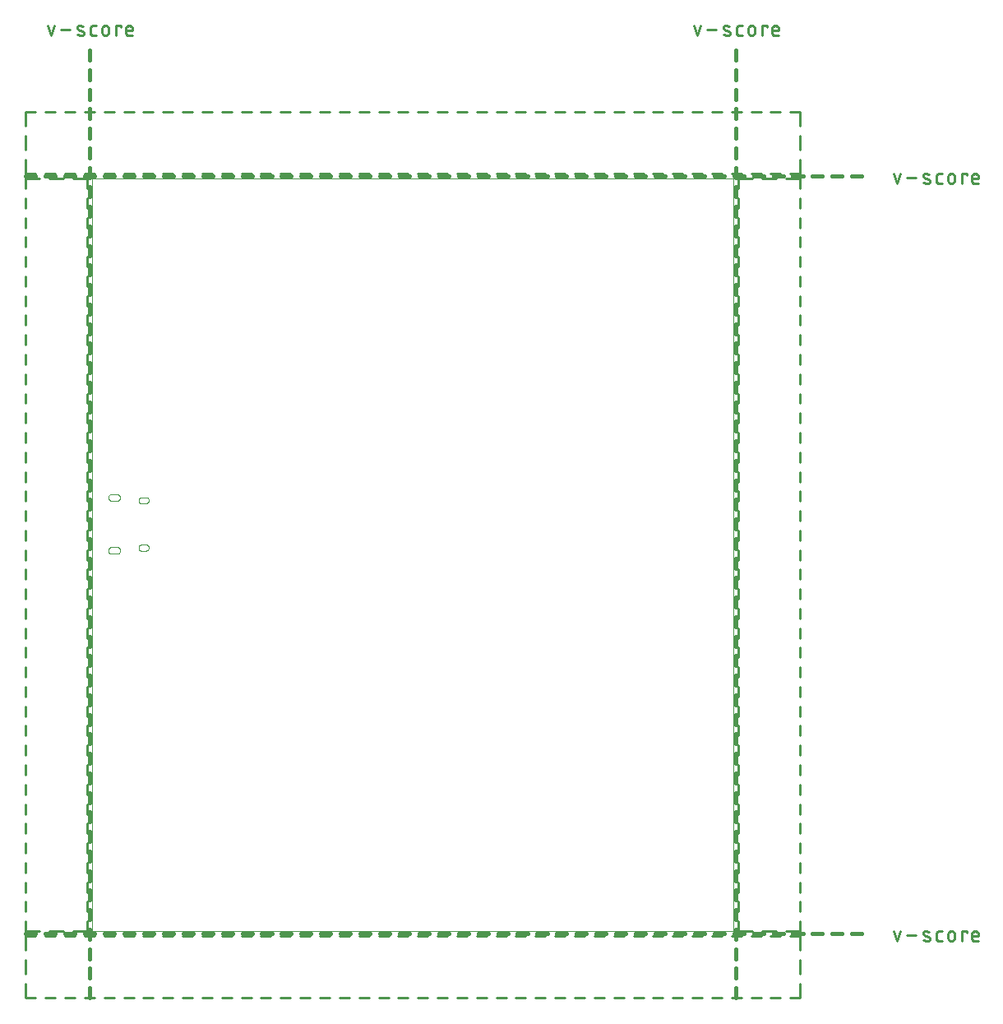
<source format=gko>
G75*
%MOIN*%
%OFA0B0*%
%FSLAX25Y25*%
%IPPOS*%
%LPD*%
%AMOC8*
5,1,8,0,0,1.08239X$1,22.5*
%
%ADD10C,0.00000*%
%ADD11C,0.01500*%
%ADD12C,0.01100*%
%ADD13C,0.01000*%
%ADD14C,0.00079*%
D10*
X0028750Y0028750D02*
X0028750Y0333750D01*
X0288750Y0333750D01*
X0288671Y0028750D01*
X0028750Y0028750D01*
D11*
X0027750Y0029481D02*
X0027750Y0025501D01*
X0029714Y0027750D02*
X0025676Y0027750D01*
X0021739Y0027750D02*
X0017701Y0027750D01*
X0013764Y0027750D02*
X0009725Y0027750D01*
X0005788Y0027750D02*
X0001750Y0027750D01*
X0027750Y0033418D02*
X0027750Y0037398D01*
X0027750Y0041335D02*
X0027750Y0045315D01*
X0027750Y0049252D02*
X0027750Y0053233D01*
X0027750Y0057170D02*
X0027750Y0061150D01*
X0027750Y0065087D02*
X0027750Y0069067D01*
X0027750Y0073004D02*
X0027750Y0076984D01*
X0027750Y0080921D02*
X0027750Y0084901D01*
X0027750Y0088838D02*
X0027750Y0092818D01*
X0027750Y0096755D02*
X0027750Y0100735D01*
X0027750Y0104672D02*
X0027750Y0108652D01*
X0027750Y0112589D02*
X0027750Y0116569D01*
X0027750Y0120506D02*
X0027750Y0124486D01*
X0027750Y0128423D02*
X0027750Y0132403D01*
X0027750Y0136340D02*
X0027750Y0140320D01*
X0027750Y0144257D02*
X0027750Y0148238D01*
X0027750Y0152175D02*
X0027750Y0156155D01*
X0027750Y0160092D02*
X0027750Y0164072D01*
X0027750Y0168009D02*
X0027750Y0171989D01*
X0027750Y0175926D02*
X0027750Y0179906D01*
X0027750Y0183843D02*
X0027750Y0187823D01*
X0027750Y0191760D02*
X0027750Y0195740D01*
X0027750Y0199677D02*
X0027750Y0203657D01*
X0027750Y0207594D02*
X0027750Y0211574D01*
X0027750Y0215511D02*
X0027750Y0219491D01*
X0027750Y0223428D02*
X0027750Y0227408D01*
X0027750Y0231345D02*
X0027750Y0235325D01*
X0027750Y0239262D02*
X0027750Y0243243D01*
X0027750Y0247180D02*
X0027750Y0251160D01*
X0027750Y0255097D02*
X0027750Y0259077D01*
X0027750Y0263014D02*
X0027750Y0266994D01*
X0027750Y0270931D02*
X0027750Y0274911D01*
X0027750Y0278848D02*
X0027750Y0282828D01*
X0027750Y0286765D02*
X0027750Y0290745D01*
X0027750Y0294682D02*
X0027750Y0298662D01*
X0027750Y0302599D02*
X0027750Y0306579D01*
X0027750Y0310516D02*
X0027750Y0314496D01*
X0027750Y0318433D02*
X0027750Y0322413D01*
X0027750Y0326350D02*
X0027750Y0330330D01*
X0027750Y0334267D02*
X0027750Y0338248D01*
X0027750Y0342185D02*
X0027750Y0346165D01*
X0027750Y0350102D02*
X0027750Y0354082D01*
X0027750Y0358019D02*
X0027750Y0361999D01*
X0027750Y0365936D02*
X0027750Y0369916D01*
X0027750Y0373853D02*
X0027750Y0377833D01*
X0027750Y0381770D02*
X0027750Y0385750D01*
X0029714Y0334750D02*
X0025676Y0334750D01*
X0021739Y0334750D02*
X0017701Y0334750D01*
X0013764Y0334750D02*
X0009725Y0334750D01*
X0005788Y0334750D02*
X0001750Y0334750D01*
X0033651Y0334750D02*
X0037689Y0334750D01*
X0041626Y0334750D02*
X0045665Y0334750D01*
X0049602Y0334750D02*
X0053640Y0334750D01*
X0057577Y0334750D02*
X0061615Y0334750D01*
X0065552Y0334750D02*
X0069591Y0334750D01*
X0073528Y0334750D02*
X0077566Y0334750D01*
X0081503Y0334750D02*
X0085541Y0334750D01*
X0089478Y0334750D02*
X0093516Y0334750D01*
X0097453Y0334750D02*
X0101492Y0334750D01*
X0105429Y0334750D02*
X0109467Y0334750D01*
X0113404Y0334750D02*
X0117442Y0334750D01*
X0121379Y0334750D02*
X0125417Y0334750D01*
X0129354Y0334750D02*
X0133393Y0334750D01*
X0137330Y0334750D02*
X0141368Y0334750D01*
X0145305Y0334750D02*
X0149343Y0334750D01*
X0153280Y0334750D02*
X0157319Y0334750D01*
X0161256Y0334750D02*
X0165294Y0334750D01*
X0169231Y0334750D02*
X0173269Y0334750D01*
X0177206Y0334750D02*
X0181244Y0334750D01*
X0185181Y0334750D02*
X0189220Y0334750D01*
X0193157Y0334750D02*
X0197195Y0334750D01*
X0201132Y0334750D02*
X0205170Y0334750D01*
X0209107Y0334750D02*
X0213146Y0334750D01*
X0217083Y0334750D02*
X0221121Y0334750D01*
X0225058Y0334750D02*
X0229096Y0334750D01*
X0233033Y0334750D02*
X0237071Y0334750D01*
X0241008Y0334750D02*
X0245047Y0334750D01*
X0248984Y0334750D02*
X0253022Y0334750D01*
X0256959Y0334750D02*
X0260997Y0334750D01*
X0264934Y0334750D02*
X0268972Y0334750D01*
X0272909Y0334750D02*
X0276948Y0334750D01*
X0280885Y0334750D02*
X0284923Y0334750D01*
X0288860Y0334750D02*
X0292898Y0334750D01*
X0289750Y0334267D02*
X0289750Y0338248D01*
X0289750Y0342185D02*
X0289750Y0346165D01*
X0289750Y0350102D02*
X0289750Y0354082D01*
X0289750Y0358019D02*
X0289750Y0361999D01*
X0289750Y0365936D02*
X0289750Y0369916D01*
X0289750Y0373853D02*
X0289750Y0377833D01*
X0289750Y0381770D02*
X0289750Y0385750D01*
X0296835Y0334750D02*
X0300874Y0334750D01*
X0304811Y0334750D02*
X0308849Y0334750D01*
X0312786Y0334750D02*
X0316824Y0334750D01*
X0320761Y0334750D02*
X0324799Y0334750D01*
X0328736Y0334750D02*
X0332775Y0334750D01*
X0336712Y0334750D02*
X0340750Y0334750D01*
X0289750Y0330330D02*
X0289750Y0326350D01*
X0289750Y0322413D02*
X0289750Y0318433D01*
X0289750Y0314496D02*
X0289750Y0310516D01*
X0289750Y0306579D02*
X0289750Y0302599D01*
X0289750Y0298662D02*
X0289750Y0294682D01*
X0289750Y0290745D02*
X0289750Y0286765D01*
X0289750Y0282828D02*
X0289750Y0278848D01*
X0289750Y0274911D02*
X0289750Y0270931D01*
X0289750Y0266994D02*
X0289750Y0263014D01*
X0289750Y0259077D02*
X0289750Y0255097D01*
X0289750Y0251160D02*
X0289750Y0247180D01*
X0289750Y0243243D02*
X0289750Y0239262D01*
X0289750Y0235325D02*
X0289750Y0231345D01*
X0289750Y0227408D02*
X0289750Y0223428D01*
X0289750Y0219491D02*
X0289750Y0215511D01*
X0289750Y0211574D02*
X0289750Y0207594D01*
X0289750Y0203657D02*
X0289750Y0199677D01*
X0289750Y0195740D02*
X0289750Y0191760D01*
X0289750Y0187823D02*
X0289750Y0183843D01*
X0289750Y0179906D02*
X0289750Y0175926D01*
X0289750Y0171989D02*
X0289750Y0168009D01*
X0289750Y0164072D02*
X0289750Y0160092D01*
X0289750Y0156155D02*
X0289750Y0152175D01*
X0289750Y0148238D02*
X0289750Y0144257D01*
X0289750Y0140320D02*
X0289750Y0136340D01*
X0289750Y0132403D02*
X0289750Y0128423D01*
X0289750Y0124486D02*
X0289750Y0120506D01*
X0289750Y0116569D02*
X0289750Y0112589D01*
X0289750Y0108652D02*
X0289750Y0104672D01*
X0289750Y0100735D02*
X0289750Y0096755D01*
X0289750Y0092818D02*
X0289750Y0088838D01*
X0289750Y0084901D02*
X0289750Y0080921D01*
X0289750Y0076984D02*
X0289750Y0073004D01*
X0289750Y0069067D02*
X0289750Y0065087D01*
X0289750Y0061150D02*
X0289750Y0057170D01*
X0289750Y0053233D02*
X0289750Y0049252D01*
X0289750Y0045315D02*
X0289750Y0041335D01*
X0289750Y0037398D02*
X0289750Y0033418D01*
X0289750Y0029481D02*
X0289750Y0025501D01*
X0288860Y0027750D02*
X0292898Y0027750D01*
X0296835Y0027750D02*
X0300874Y0027750D01*
X0304811Y0027750D02*
X0308849Y0027750D01*
X0312786Y0027750D02*
X0316824Y0027750D01*
X0320761Y0027750D02*
X0324799Y0027750D01*
X0328736Y0027750D02*
X0332775Y0027750D01*
X0336712Y0027750D02*
X0340750Y0027750D01*
X0289750Y0021564D02*
X0289750Y0017584D01*
X0289750Y0013647D02*
X0289750Y0009667D01*
X0289750Y0005730D02*
X0289750Y0001750D01*
X0284923Y0027750D02*
X0280885Y0027750D01*
X0276948Y0027750D02*
X0272909Y0027750D01*
X0268972Y0027750D02*
X0264934Y0027750D01*
X0260997Y0027750D02*
X0256959Y0027750D01*
X0253022Y0027750D02*
X0248984Y0027750D01*
X0245047Y0027750D02*
X0241008Y0027750D01*
X0237071Y0027750D02*
X0233033Y0027750D01*
X0229096Y0027750D02*
X0225058Y0027750D01*
X0221121Y0027750D02*
X0217083Y0027750D01*
X0213146Y0027750D02*
X0209107Y0027750D01*
X0205170Y0027750D02*
X0201132Y0027750D01*
X0197195Y0027750D02*
X0193157Y0027750D01*
X0189220Y0027750D02*
X0185181Y0027750D01*
X0181244Y0027750D02*
X0177206Y0027750D01*
X0173269Y0027750D02*
X0169231Y0027750D01*
X0165294Y0027750D02*
X0161256Y0027750D01*
X0157319Y0027750D02*
X0153280Y0027750D01*
X0149343Y0027750D02*
X0145305Y0027750D01*
X0141368Y0027750D02*
X0137330Y0027750D01*
X0133393Y0027750D02*
X0129354Y0027750D01*
X0125417Y0027750D02*
X0121379Y0027750D01*
X0117442Y0027750D02*
X0113404Y0027750D01*
X0109467Y0027750D02*
X0105429Y0027750D01*
X0101492Y0027750D02*
X0097453Y0027750D01*
X0093516Y0027750D02*
X0089478Y0027750D01*
X0085541Y0027750D02*
X0081503Y0027750D01*
X0077566Y0027750D02*
X0073528Y0027750D01*
X0069591Y0027750D02*
X0065552Y0027750D01*
X0061615Y0027750D02*
X0057577Y0027750D01*
X0053640Y0027750D02*
X0049602Y0027750D01*
X0045665Y0027750D02*
X0041626Y0027750D01*
X0037689Y0027750D02*
X0033651Y0027750D01*
X0027750Y0021564D02*
X0027750Y0017584D01*
X0027750Y0013647D02*
X0027750Y0009667D01*
X0027750Y0005730D02*
X0027750Y0001750D01*
D12*
X0353541Y0028733D02*
X0354852Y0024800D01*
X0356163Y0028733D01*
X0358834Y0027094D02*
X0362768Y0027094D01*
X0366136Y0027094D02*
X0367774Y0026439D01*
X0367775Y0026439D02*
X0367827Y0026416D01*
X0367878Y0026389D01*
X0367927Y0026359D01*
X0367974Y0026326D01*
X0368019Y0026290D01*
X0368061Y0026250D01*
X0368100Y0026208D01*
X0368136Y0026164D01*
X0368169Y0026117D01*
X0368199Y0026067D01*
X0368226Y0026016D01*
X0368249Y0025964D01*
X0368268Y0025910D01*
X0368284Y0025854D01*
X0368296Y0025798D01*
X0368304Y0025741D01*
X0368308Y0025684D01*
X0368309Y0025626D01*
X0368305Y0025569D01*
X0368298Y0025512D01*
X0368286Y0025455D01*
X0368271Y0025400D01*
X0368253Y0025345D01*
X0368230Y0025292D01*
X0368204Y0025241D01*
X0368175Y0025192D01*
X0368142Y0025144D01*
X0368106Y0025099D01*
X0368068Y0025057D01*
X0368026Y0025017D01*
X0367982Y0024980D01*
X0367935Y0024946D01*
X0367887Y0024915D01*
X0367836Y0024888D01*
X0367784Y0024864D01*
X0367730Y0024844D01*
X0367675Y0024828D01*
X0367619Y0024815D01*
X0367562Y0024806D01*
X0367504Y0024801D01*
X0367447Y0024800D01*
X0367938Y0028405D02*
X0367831Y0028451D01*
X0367722Y0028494D01*
X0367612Y0028534D01*
X0367500Y0028570D01*
X0367388Y0028602D01*
X0367274Y0028631D01*
X0367160Y0028657D01*
X0367045Y0028678D01*
X0366930Y0028697D01*
X0366813Y0028711D01*
X0366697Y0028722D01*
X0366580Y0028729D01*
X0366463Y0028733D01*
X0366463Y0028734D02*
X0366406Y0028733D01*
X0366348Y0028728D01*
X0366291Y0028719D01*
X0366235Y0028706D01*
X0366180Y0028690D01*
X0366126Y0028670D01*
X0366074Y0028646D01*
X0366023Y0028619D01*
X0365975Y0028588D01*
X0365928Y0028554D01*
X0365884Y0028517D01*
X0365842Y0028477D01*
X0365804Y0028435D01*
X0365768Y0028390D01*
X0365735Y0028342D01*
X0365706Y0028293D01*
X0365680Y0028242D01*
X0365657Y0028189D01*
X0365639Y0028134D01*
X0365624Y0028079D01*
X0365612Y0028022D01*
X0365605Y0027965D01*
X0365601Y0027908D01*
X0365602Y0027850D01*
X0365606Y0027793D01*
X0365614Y0027736D01*
X0365626Y0027680D01*
X0365642Y0027624D01*
X0365661Y0027570D01*
X0365684Y0027518D01*
X0365711Y0027467D01*
X0365741Y0027417D01*
X0365774Y0027370D01*
X0365810Y0027326D01*
X0365849Y0027284D01*
X0365891Y0027244D01*
X0365936Y0027208D01*
X0365983Y0027175D01*
X0366032Y0027145D01*
X0366083Y0027118D01*
X0366135Y0027095D01*
X0365644Y0025128D02*
X0365778Y0025082D01*
X0365913Y0025039D01*
X0366049Y0025000D01*
X0366186Y0024964D01*
X0366323Y0024932D01*
X0366462Y0024903D01*
X0366601Y0024877D01*
X0366741Y0024856D01*
X0366882Y0024837D01*
X0367022Y0024823D01*
X0367164Y0024812D01*
X0367305Y0024804D01*
X0367447Y0024801D01*
X0370988Y0025783D02*
X0370988Y0027750D01*
X0370990Y0027812D01*
X0370996Y0027873D01*
X0371005Y0027934D01*
X0371019Y0027994D01*
X0371036Y0028054D01*
X0371057Y0028112D01*
X0371082Y0028169D01*
X0371110Y0028224D01*
X0371141Y0028277D01*
X0371176Y0028328D01*
X0371214Y0028377D01*
X0371254Y0028423D01*
X0371298Y0028467D01*
X0371344Y0028507D01*
X0371393Y0028545D01*
X0371444Y0028580D01*
X0371497Y0028611D01*
X0371552Y0028639D01*
X0371609Y0028664D01*
X0371667Y0028685D01*
X0371727Y0028702D01*
X0371787Y0028716D01*
X0371848Y0028725D01*
X0371909Y0028731D01*
X0371971Y0028733D01*
X0373282Y0028733D01*
X0375695Y0027422D02*
X0375695Y0026111D01*
X0375696Y0026111D02*
X0375698Y0026040D01*
X0375704Y0025969D01*
X0375713Y0025899D01*
X0375727Y0025829D01*
X0375744Y0025760D01*
X0375765Y0025692D01*
X0375789Y0025626D01*
X0375817Y0025561D01*
X0375849Y0025497D01*
X0375884Y0025435D01*
X0375922Y0025375D01*
X0375963Y0025318D01*
X0376008Y0025262D01*
X0376055Y0025209D01*
X0376105Y0025159D01*
X0376158Y0025112D01*
X0376214Y0025067D01*
X0376271Y0025026D01*
X0376331Y0024988D01*
X0376393Y0024953D01*
X0376457Y0024921D01*
X0376522Y0024893D01*
X0376588Y0024869D01*
X0376656Y0024848D01*
X0376725Y0024831D01*
X0376795Y0024817D01*
X0376865Y0024808D01*
X0376936Y0024802D01*
X0377007Y0024800D01*
X0377078Y0024802D01*
X0377149Y0024808D01*
X0377219Y0024817D01*
X0377289Y0024831D01*
X0377358Y0024848D01*
X0377426Y0024869D01*
X0377492Y0024893D01*
X0377557Y0024921D01*
X0377621Y0024953D01*
X0377683Y0024988D01*
X0377743Y0025026D01*
X0377800Y0025067D01*
X0377856Y0025112D01*
X0377909Y0025159D01*
X0377959Y0025209D01*
X0378006Y0025262D01*
X0378051Y0025318D01*
X0378092Y0025375D01*
X0378130Y0025435D01*
X0378165Y0025497D01*
X0378197Y0025561D01*
X0378225Y0025626D01*
X0378249Y0025692D01*
X0378270Y0025760D01*
X0378287Y0025829D01*
X0378301Y0025899D01*
X0378310Y0025969D01*
X0378316Y0026040D01*
X0378318Y0026111D01*
X0378318Y0027422D01*
X0378316Y0027493D01*
X0378310Y0027564D01*
X0378301Y0027634D01*
X0378287Y0027704D01*
X0378270Y0027773D01*
X0378249Y0027841D01*
X0378225Y0027907D01*
X0378197Y0027972D01*
X0378165Y0028036D01*
X0378130Y0028098D01*
X0378092Y0028158D01*
X0378051Y0028215D01*
X0378006Y0028271D01*
X0377959Y0028324D01*
X0377909Y0028374D01*
X0377856Y0028421D01*
X0377800Y0028466D01*
X0377743Y0028507D01*
X0377683Y0028545D01*
X0377621Y0028580D01*
X0377557Y0028612D01*
X0377492Y0028640D01*
X0377426Y0028664D01*
X0377358Y0028685D01*
X0377289Y0028702D01*
X0377219Y0028716D01*
X0377149Y0028725D01*
X0377078Y0028731D01*
X0377007Y0028733D01*
X0376936Y0028731D01*
X0376865Y0028725D01*
X0376795Y0028716D01*
X0376725Y0028702D01*
X0376656Y0028685D01*
X0376588Y0028664D01*
X0376522Y0028640D01*
X0376457Y0028612D01*
X0376393Y0028580D01*
X0376331Y0028545D01*
X0376271Y0028507D01*
X0376214Y0028466D01*
X0376158Y0028421D01*
X0376105Y0028374D01*
X0376055Y0028324D01*
X0376008Y0028271D01*
X0375963Y0028215D01*
X0375922Y0028158D01*
X0375884Y0028098D01*
X0375849Y0028036D01*
X0375817Y0027972D01*
X0375789Y0027907D01*
X0375765Y0027841D01*
X0375744Y0027773D01*
X0375727Y0027704D01*
X0375713Y0027634D01*
X0375704Y0027564D01*
X0375698Y0027493D01*
X0375696Y0027422D01*
X0373282Y0024800D02*
X0371971Y0024800D01*
X0371909Y0024802D01*
X0371848Y0024808D01*
X0371787Y0024817D01*
X0371727Y0024831D01*
X0371667Y0024848D01*
X0371609Y0024869D01*
X0371552Y0024894D01*
X0371497Y0024922D01*
X0371444Y0024953D01*
X0371393Y0024988D01*
X0371344Y0025026D01*
X0371298Y0025066D01*
X0371254Y0025110D01*
X0371214Y0025156D01*
X0371176Y0025205D01*
X0371141Y0025256D01*
X0371110Y0025309D01*
X0371082Y0025364D01*
X0371057Y0025421D01*
X0371036Y0025479D01*
X0371019Y0025539D01*
X0371005Y0025599D01*
X0370996Y0025660D01*
X0370990Y0025721D01*
X0370988Y0025783D01*
X0381284Y0024800D02*
X0381284Y0028733D01*
X0383251Y0028733D01*
X0383251Y0028078D01*
X0385337Y0027422D02*
X0385337Y0025783D01*
X0385339Y0025721D01*
X0385345Y0025660D01*
X0385354Y0025599D01*
X0385368Y0025539D01*
X0385385Y0025479D01*
X0385406Y0025421D01*
X0385431Y0025364D01*
X0385459Y0025309D01*
X0385490Y0025256D01*
X0385525Y0025205D01*
X0385563Y0025156D01*
X0385603Y0025110D01*
X0385647Y0025066D01*
X0385693Y0025026D01*
X0385742Y0024988D01*
X0385793Y0024953D01*
X0385846Y0024922D01*
X0385901Y0024894D01*
X0385958Y0024869D01*
X0386016Y0024848D01*
X0386076Y0024831D01*
X0386136Y0024817D01*
X0386197Y0024808D01*
X0386258Y0024802D01*
X0386320Y0024800D01*
X0387959Y0024800D01*
X0387959Y0026767D02*
X0385337Y0026767D01*
X0385337Y0027422D02*
X0385339Y0027493D01*
X0385345Y0027564D01*
X0385354Y0027634D01*
X0385368Y0027704D01*
X0385385Y0027773D01*
X0385406Y0027841D01*
X0385430Y0027907D01*
X0385458Y0027972D01*
X0385490Y0028036D01*
X0385525Y0028098D01*
X0385563Y0028158D01*
X0385604Y0028215D01*
X0385649Y0028271D01*
X0385696Y0028324D01*
X0385746Y0028374D01*
X0385799Y0028421D01*
X0385855Y0028466D01*
X0385912Y0028507D01*
X0385972Y0028545D01*
X0386034Y0028580D01*
X0386098Y0028612D01*
X0386163Y0028640D01*
X0386229Y0028664D01*
X0386297Y0028685D01*
X0386366Y0028702D01*
X0386436Y0028716D01*
X0386506Y0028725D01*
X0386577Y0028731D01*
X0386648Y0028733D01*
X0386719Y0028731D01*
X0386790Y0028725D01*
X0386860Y0028716D01*
X0386930Y0028702D01*
X0386999Y0028685D01*
X0387067Y0028664D01*
X0387133Y0028640D01*
X0387198Y0028612D01*
X0387262Y0028580D01*
X0387324Y0028545D01*
X0387384Y0028507D01*
X0387441Y0028466D01*
X0387497Y0028421D01*
X0387550Y0028374D01*
X0387600Y0028324D01*
X0387647Y0028271D01*
X0387692Y0028215D01*
X0387733Y0028158D01*
X0387771Y0028098D01*
X0387806Y0028036D01*
X0387838Y0027972D01*
X0387866Y0027907D01*
X0387890Y0027841D01*
X0387911Y0027773D01*
X0387928Y0027704D01*
X0387942Y0027634D01*
X0387951Y0027564D01*
X0387957Y0027493D01*
X0387959Y0027422D01*
X0387959Y0026767D01*
X0387959Y0331800D02*
X0386320Y0331800D01*
X0386258Y0331802D01*
X0386197Y0331808D01*
X0386136Y0331817D01*
X0386076Y0331831D01*
X0386016Y0331848D01*
X0385958Y0331869D01*
X0385901Y0331894D01*
X0385846Y0331922D01*
X0385793Y0331953D01*
X0385742Y0331988D01*
X0385693Y0332026D01*
X0385647Y0332066D01*
X0385603Y0332110D01*
X0385563Y0332156D01*
X0385525Y0332205D01*
X0385490Y0332256D01*
X0385459Y0332309D01*
X0385431Y0332364D01*
X0385406Y0332421D01*
X0385385Y0332479D01*
X0385368Y0332539D01*
X0385354Y0332599D01*
X0385345Y0332660D01*
X0385339Y0332721D01*
X0385337Y0332783D01*
X0385337Y0334422D01*
X0385337Y0333767D02*
X0387959Y0333767D01*
X0387959Y0334422D01*
X0387957Y0334493D01*
X0387951Y0334564D01*
X0387942Y0334634D01*
X0387928Y0334704D01*
X0387911Y0334773D01*
X0387890Y0334841D01*
X0387866Y0334907D01*
X0387838Y0334972D01*
X0387806Y0335036D01*
X0387771Y0335098D01*
X0387733Y0335158D01*
X0387692Y0335215D01*
X0387647Y0335271D01*
X0387600Y0335324D01*
X0387550Y0335374D01*
X0387497Y0335421D01*
X0387441Y0335466D01*
X0387384Y0335507D01*
X0387324Y0335545D01*
X0387262Y0335580D01*
X0387198Y0335612D01*
X0387133Y0335640D01*
X0387067Y0335664D01*
X0386999Y0335685D01*
X0386930Y0335702D01*
X0386860Y0335716D01*
X0386790Y0335725D01*
X0386719Y0335731D01*
X0386648Y0335733D01*
X0386577Y0335731D01*
X0386506Y0335725D01*
X0386436Y0335716D01*
X0386366Y0335702D01*
X0386297Y0335685D01*
X0386229Y0335664D01*
X0386163Y0335640D01*
X0386098Y0335612D01*
X0386034Y0335580D01*
X0385972Y0335545D01*
X0385912Y0335507D01*
X0385855Y0335466D01*
X0385799Y0335421D01*
X0385746Y0335374D01*
X0385696Y0335324D01*
X0385649Y0335271D01*
X0385604Y0335215D01*
X0385563Y0335158D01*
X0385525Y0335098D01*
X0385490Y0335036D01*
X0385458Y0334972D01*
X0385430Y0334907D01*
X0385406Y0334841D01*
X0385385Y0334773D01*
X0385368Y0334704D01*
X0385354Y0334634D01*
X0385345Y0334564D01*
X0385339Y0334493D01*
X0385337Y0334422D01*
X0383251Y0335078D02*
X0383251Y0335733D01*
X0381284Y0335733D01*
X0381284Y0331800D01*
X0378318Y0333111D02*
X0378318Y0334422D01*
X0378316Y0334493D01*
X0378310Y0334564D01*
X0378301Y0334634D01*
X0378287Y0334704D01*
X0378270Y0334773D01*
X0378249Y0334841D01*
X0378225Y0334907D01*
X0378197Y0334972D01*
X0378165Y0335036D01*
X0378130Y0335098D01*
X0378092Y0335158D01*
X0378051Y0335215D01*
X0378006Y0335271D01*
X0377959Y0335324D01*
X0377909Y0335374D01*
X0377856Y0335421D01*
X0377800Y0335466D01*
X0377743Y0335507D01*
X0377683Y0335545D01*
X0377621Y0335580D01*
X0377557Y0335612D01*
X0377492Y0335640D01*
X0377426Y0335664D01*
X0377358Y0335685D01*
X0377289Y0335702D01*
X0377219Y0335716D01*
X0377149Y0335725D01*
X0377078Y0335731D01*
X0377007Y0335733D01*
X0376936Y0335731D01*
X0376865Y0335725D01*
X0376795Y0335716D01*
X0376725Y0335702D01*
X0376656Y0335685D01*
X0376588Y0335664D01*
X0376522Y0335640D01*
X0376457Y0335612D01*
X0376393Y0335580D01*
X0376331Y0335545D01*
X0376271Y0335507D01*
X0376214Y0335466D01*
X0376158Y0335421D01*
X0376105Y0335374D01*
X0376055Y0335324D01*
X0376008Y0335271D01*
X0375963Y0335215D01*
X0375922Y0335158D01*
X0375884Y0335098D01*
X0375849Y0335036D01*
X0375817Y0334972D01*
X0375789Y0334907D01*
X0375765Y0334841D01*
X0375744Y0334773D01*
X0375727Y0334704D01*
X0375713Y0334634D01*
X0375704Y0334564D01*
X0375698Y0334493D01*
X0375696Y0334422D01*
X0375695Y0334422D02*
X0375695Y0333111D01*
X0375696Y0333111D02*
X0375698Y0333040D01*
X0375704Y0332969D01*
X0375713Y0332899D01*
X0375727Y0332829D01*
X0375744Y0332760D01*
X0375765Y0332692D01*
X0375789Y0332626D01*
X0375817Y0332561D01*
X0375849Y0332497D01*
X0375884Y0332435D01*
X0375922Y0332375D01*
X0375963Y0332318D01*
X0376008Y0332262D01*
X0376055Y0332209D01*
X0376105Y0332159D01*
X0376158Y0332112D01*
X0376214Y0332067D01*
X0376271Y0332026D01*
X0376331Y0331988D01*
X0376393Y0331953D01*
X0376457Y0331921D01*
X0376522Y0331893D01*
X0376588Y0331869D01*
X0376656Y0331848D01*
X0376725Y0331831D01*
X0376795Y0331817D01*
X0376865Y0331808D01*
X0376936Y0331802D01*
X0377007Y0331800D01*
X0377078Y0331802D01*
X0377149Y0331808D01*
X0377219Y0331817D01*
X0377289Y0331831D01*
X0377358Y0331848D01*
X0377426Y0331869D01*
X0377492Y0331893D01*
X0377557Y0331921D01*
X0377621Y0331953D01*
X0377683Y0331988D01*
X0377743Y0332026D01*
X0377800Y0332067D01*
X0377856Y0332112D01*
X0377909Y0332159D01*
X0377959Y0332209D01*
X0378006Y0332262D01*
X0378051Y0332318D01*
X0378092Y0332375D01*
X0378130Y0332435D01*
X0378165Y0332497D01*
X0378197Y0332561D01*
X0378225Y0332626D01*
X0378249Y0332692D01*
X0378270Y0332760D01*
X0378287Y0332829D01*
X0378301Y0332899D01*
X0378310Y0332969D01*
X0378316Y0333040D01*
X0378318Y0333111D01*
X0373282Y0331800D02*
X0371971Y0331800D01*
X0371909Y0331802D01*
X0371848Y0331808D01*
X0371787Y0331817D01*
X0371727Y0331831D01*
X0371667Y0331848D01*
X0371609Y0331869D01*
X0371552Y0331894D01*
X0371497Y0331922D01*
X0371444Y0331953D01*
X0371393Y0331988D01*
X0371344Y0332026D01*
X0371298Y0332066D01*
X0371254Y0332110D01*
X0371214Y0332156D01*
X0371176Y0332205D01*
X0371141Y0332256D01*
X0371110Y0332309D01*
X0371082Y0332364D01*
X0371057Y0332421D01*
X0371036Y0332479D01*
X0371019Y0332539D01*
X0371005Y0332599D01*
X0370996Y0332660D01*
X0370990Y0332721D01*
X0370988Y0332783D01*
X0370988Y0334750D01*
X0370990Y0334812D01*
X0370996Y0334873D01*
X0371005Y0334934D01*
X0371019Y0334994D01*
X0371036Y0335054D01*
X0371057Y0335112D01*
X0371082Y0335169D01*
X0371110Y0335224D01*
X0371141Y0335277D01*
X0371176Y0335328D01*
X0371214Y0335377D01*
X0371254Y0335423D01*
X0371298Y0335467D01*
X0371344Y0335507D01*
X0371393Y0335545D01*
X0371444Y0335580D01*
X0371497Y0335611D01*
X0371552Y0335639D01*
X0371609Y0335664D01*
X0371667Y0335685D01*
X0371727Y0335702D01*
X0371787Y0335716D01*
X0371848Y0335725D01*
X0371909Y0335731D01*
X0371971Y0335733D01*
X0373282Y0335733D01*
X0367774Y0333439D02*
X0366136Y0334094D01*
X0366135Y0334095D02*
X0366083Y0334118D01*
X0366032Y0334145D01*
X0365983Y0334175D01*
X0365936Y0334208D01*
X0365891Y0334244D01*
X0365849Y0334284D01*
X0365810Y0334326D01*
X0365774Y0334370D01*
X0365741Y0334417D01*
X0365711Y0334467D01*
X0365684Y0334518D01*
X0365661Y0334570D01*
X0365642Y0334624D01*
X0365626Y0334680D01*
X0365614Y0334736D01*
X0365606Y0334793D01*
X0365602Y0334850D01*
X0365601Y0334908D01*
X0365605Y0334965D01*
X0365612Y0335022D01*
X0365624Y0335079D01*
X0365639Y0335134D01*
X0365657Y0335189D01*
X0365680Y0335242D01*
X0365706Y0335293D01*
X0365735Y0335342D01*
X0365768Y0335390D01*
X0365804Y0335435D01*
X0365842Y0335477D01*
X0365884Y0335517D01*
X0365928Y0335554D01*
X0365975Y0335588D01*
X0366023Y0335619D01*
X0366074Y0335646D01*
X0366126Y0335670D01*
X0366180Y0335690D01*
X0366235Y0335706D01*
X0366291Y0335719D01*
X0366348Y0335728D01*
X0366406Y0335733D01*
X0366463Y0335734D01*
X0365644Y0332128D02*
X0365778Y0332082D01*
X0365913Y0332039D01*
X0366049Y0332000D01*
X0366186Y0331964D01*
X0366323Y0331932D01*
X0366462Y0331903D01*
X0366601Y0331877D01*
X0366741Y0331856D01*
X0366882Y0331837D01*
X0367022Y0331823D01*
X0367164Y0331812D01*
X0367305Y0331804D01*
X0367447Y0331801D01*
X0367447Y0331800D02*
X0367504Y0331801D01*
X0367562Y0331806D01*
X0367619Y0331815D01*
X0367675Y0331828D01*
X0367730Y0331844D01*
X0367784Y0331864D01*
X0367836Y0331888D01*
X0367887Y0331915D01*
X0367935Y0331946D01*
X0367982Y0331980D01*
X0368026Y0332017D01*
X0368068Y0332057D01*
X0368106Y0332099D01*
X0368142Y0332144D01*
X0368175Y0332192D01*
X0368204Y0332241D01*
X0368230Y0332292D01*
X0368253Y0332345D01*
X0368271Y0332400D01*
X0368286Y0332455D01*
X0368298Y0332512D01*
X0368305Y0332569D01*
X0368309Y0332626D01*
X0368308Y0332684D01*
X0368304Y0332741D01*
X0368296Y0332798D01*
X0368284Y0332854D01*
X0368268Y0332910D01*
X0368249Y0332964D01*
X0368226Y0333016D01*
X0368199Y0333067D01*
X0368169Y0333117D01*
X0368136Y0333164D01*
X0368100Y0333208D01*
X0368061Y0333250D01*
X0368019Y0333290D01*
X0367974Y0333326D01*
X0367927Y0333359D01*
X0367878Y0333389D01*
X0367827Y0333416D01*
X0367775Y0333439D01*
X0367938Y0335405D02*
X0367831Y0335451D01*
X0367722Y0335494D01*
X0367612Y0335534D01*
X0367500Y0335570D01*
X0367388Y0335602D01*
X0367274Y0335631D01*
X0367160Y0335657D01*
X0367045Y0335678D01*
X0366930Y0335697D01*
X0366813Y0335711D01*
X0366697Y0335722D01*
X0366580Y0335729D01*
X0366463Y0335733D01*
X0362768Y0334094D02*
X0358834Y0334094D01*
X0356163Y0335733D02*
X0354852Y0331800D01*
X0353541Y0335733D01*
X0306959Y0391800D02*
X0305320Y0391800D01*
X0305258Y0391802D01*
X0305197Y0391808D01*
X0305136Y0391817D01*
X0305076Y0391831D01*
X0305016Y0391848D01*
X0304958Y0391869D01*
X0304901Y0391894D01*
X0304846Y0391922D01*
X0304793Y0391953D01*
X0304742Y0391988D01*
X0304693Y0392026D01*
X0304647Y0392066D01*
X0304603Y0392110D01*
X0304563Y0392156D01*
X0304525Y0392205D01*
X0304490Y0392256D01*
X0304459Y0392309D01*
X0304431Y0392364D01*
X0304406Y0392421D01*
X0304385Y0392479D01*
X0304368Y0392539D01*
X0304354Y0392599D01*
X0304345Y0392660D01*
X0304339Y0392721D01*
X0304337Y0392783D01*
X0304337Y0394422D01*
X0304337Y0393767D02*
X0306959Y0393767D01*
X0306959Y0394422D01*
X0306957Y0394493D01*
X0306951Y0394564D01*
X0306942Y0394634D01*
X0306928Y0394704D01*
X0306911Y0394773D01*
X0306890Y0394841D01*
X0306866Y0394907D01*
X0306838Y0394972D01*
X0306806Y0395036D01*
X0306771Y0395098D01*
X0306733Y0395158D01*
X0306692Y0395215D01*
X0306647Y0395271D01*
X0306600Y0395324D01*
X0306550Y0395374D01*
X0306497Y0395421D01*
X0306441Y0395466D01*
X0306384Y0395507D01*
X0306324Y0395545D01*
X0306262Y0395580D01*
X0306198Y0395612D01*
X0306133Y0395640D01*
X0306067Y0395664D01*
X0305999Y0395685D01*
X0305930Y0395702D01*
X0305860Y0395716D01*
X0305790Y0395725D01*
X0305719Y0395731D01*
X0305648Y0395733D01*
X0305577Y0395731D01*
X0305506Y0395725D01*
X0305436Y0395716D01*
X0305366Y0395702D01*
X0305297Y0395685D01*
X0305229Y0395664D01*
X0305163Y0395640D01*
X0305098Y0395612D01*
X0305034Y0395580D01*
X0304972Y0395545D01*
X0304912Y0395507D01*
X0304855Y0395466D01*
X0304799Y0395421D01*
X0304746Y0395374D01*
X0304696Y0395324D01*
X0304649Y0395271D01*
X0304604Y0395215D01*
X0304563Y0395158D01*
X0304525Y0395098D01*
X0304490Y0395036D01*
X0304458Y0394972D01*
X0304430Y0394907D01*
X0304406Y0394841D01*
X0304385Y0394773D01*
X0304368Y0394704D01*
X0304354Y0394634D01*
X0304345Y0394564D01*
X0304339Y0394493D01*
X0304337Y0394422D01*
X0302251Y0395078D02*
X0302251Y0395733D01*
X0300284Y0395733D01*
X0300284Y0391800D01*
X0297318Y0393111D02*
X0297318Y0394422D01*
X0297316Y0394493D01*
X0297310Y0394564D01*
X0297301Y0394634D01*
X0297287Y0394704D01*
X0297270Y0394773D01*
X0297249Y0394841D01*
X0297225Y0394907D01*
X0297197Y0394972D01*
X0297165Y0395036D01*
X0297130Y0395098D01*
X0297092Y0395158D01*
X0297051Y0395215D01*
X0297006Y0395271D01*
X0296959Y0395324D01*
X0296909Y0395374D01*
X0296856Y0395421D01*
X0296800Y0395466D01*
X0296743Y0395507D01*
X0296683Y0395545D01*
X0296621Y0395580D01*
X0296557Y0395612D01*
X0296492Y0395640D01*
X0296426Y0395664D01*
X0296358Y0395685D01*
X0296289Y0395702D01*
X0296219Y0395716D01*
X0296149Y0395725D01*
X0296078Y0395731D01*
X0296007Y0395733D01*
X0295936Y0395731D01*
X0295865Y0395725D01*
X0295795Y0395716D01*
X0295725Y0395702D01*
X0295656Y0395685D01*
X0295588Y0395664D01*
X0295522Y0395640D01*
X0295457Y0395612D01*
X0295393Y0395580D01*
X0295331Y0395545D01*
X0295271Y0395507D01*
X0295214Y0395466D01*
X0295158Y0395421D01*
X0295105Y0395374D01*
X0295055Y0395324D01*
X0295008Y0395271D01*
X0294963Y0395215D01*
X0294922Y0395158D01*
X0294884Y0395098D01*
X0294849Y0395036D01*
X0294817Y0394972D01*
X0294789Y0394907D01*
X0294765Y0394841D01*
X0294744Y0394773D01*
X0294727Y0394704D01*
X0294713Y0394634D01*
X0294704Y0394564D01*
X0294698Y0394493D01*
X0294696Y0394422D01*
X0294695Y0394422D02*
X0294695Y0393111D01*
X0294696Y0393111D02*
X0294698Y0393040D01*
X0294704Y0392969D01*
X0294713Y0392899D01*
X0294727Y0392829D01*
X0294744Y0392760D01*
X0294765Y0392692D01*
X0294789Y0392626D01*
X0294817Y0392561D01*
X0294849Y0392497D01*
X0294884Y0392435D01*
X0294922Y0392375D01*
X0294963Y0392318D01*
X0295008Y0392262D01*
X0295055Y0392209D01*
X0295105Y0392159D01*
X0295158Y0392112D01*
X0295214Y0392067D01*
X0295271Y0392026D01*
X0295331Y0391988D01*
X0295393Y0391953D01*
X0295457Y0391921D01*
X0295522Y0391893D01*
X0295588Y0391869D01*
X0295656Y0391848D01*
X0295725Y0391831D01*
X0295795Y0391817D01*
X0295865Y0391808D01*
X0295936Y0391802D01*
X0296007Y0391800D01*
X0296078Y0391802D01*
X0296149Y0391808D01*
X0296219Y0391817D01*
X0296289Y0391831D01*
X0296358Y0391848D01*
X0296426Y0391869D01*
X0296492Y0391893D01*
X0296557Y0391921D01*
X0296621Y0391953D01*
X0296683Y0391988D01*
X0296743Y0392026D01*
X0296800Y0392067D01*
X0296856Y0392112D01*
X0296909Y0392159D01*
X0296959Y0392209D01*
X0297006Y0392262D01*
X0297051Y0392318D01*
X0297092Y0392375D01*
X0297130Y0392435D01*
X0297165Y0392497D01*
X0297197Y0392561D01*
X0297225Y0392626D01*
X0297249Y0392692D01*
X0297270Y0392760D01*
X0297287Y0392829D01*
X0297301Y0392899D01*
X0297310Y0392969D01*
X0297316Y0393040D01*
X0297318Y0393111D01*
X0292282Y0391800D02*
X0290971Y0391800D01*
X0290909Y0391802D01*
X0290848Y0391808D01*
X0290787Y0391817D01*
X0290727Y0391831D01*
X0290667Y0391848D01*
X0290609Y0391869D01*
X0290552Y0391894D01*
X0290497Y0391922D01*
X0290444Y0391953D01*
X0290393Y0391988D01*
X0290344Y0392026D01*
X0290298Y0392066D01*
X0290254Y0392110D01*
X0290214Y0392156D01*
X0290176Y0392205D01*
X0290141Y0392256D01*
X0290110Y0392309D01*
X0290082Y0392364D01*
X0290057Y0392421D01*
X0290036Y0392479D01*
X0290019Y0392539D01*
X0290005Y0392599D01*
X0289996Y0392660D01*
X0289990Y0392721D01*
X0289988Y0392783D01*
X0289988Y0394750D01*
X0289990Y0394812D01*
X0289996Y0394873D01*
X0290005Y0394934D01*
X0290019Y0394994D01*
X0290036Y0395054D01*
X0290057Y0395112D01*
X0290082Y0395169D01*
X0290110Y0395224D01*
X0290141Y0395277D01*
X0290176Y0395328D01*
X0290214Y0395377D01*
X0290254Y0395423D01*
X0290298Y0395467D01*
X0290344Y0395507D01*
X0290393Y0395545D01*
X0290444Y0395580D01*
X0290497Y0395611D01*
X0290552Y0395639D01*
X0290609Y0395664D01*
X0290667Y0395685D01*
X0290727Y0395702D01*
X0290787Y0395716D01*
X0290848Y0395725D01*
X0290909Y0395731D01*
X0290971Y0395733D01*
X0292282Y0395733D01*
X0286774Y0393439D02*
X0285136Y0394094D01*
X0285135Y0394095D02*
X0285083Y0394118D01*
X0285032Y0394145D01*
X0284983Y0394175D01*
X0284936Y0394208D01*
X0284891Y0394244D01*
X0284849Y0394284D01*
X0284810Y0394326D01*
X0284774Y0394370D01*
X0284741Y0394417D01*
X0284711Y0394467D01*
X0284684Y0394518D01*
X0284661Y0394570D01*
X0284642Y0394624D01*
X0284626Y0394680D01*
X0284614Y0394736D01*
X0284606Y0394793D01*
X0284602Y0394850D01*
X0284601Y0394908D01*
X0284605Y0394965D01*
X0284612Y0395022D01*
X0284624Y0395079D01*
X0284639Y0395134D01*
X0284657Y0395189D01*
X0284680Y0395242D01*
X0284706Y0395293D01*
X0284735Y0395342D01*
X0284768Y0395390D01*
X0284804Y0395435D01*
X0284842Y0395477D01*
X0284884Y0395517D01*
X0284928Y0395554D01*
X0284975Y0395588D01*
X0285023Y0395619D01*
X0285074Y0395646D01*
X0285126Y0395670D01*
X0285180Y0395690D01*
X0285235Y0395706D01*
X0285291Y0395719D01*
X0285348Y0395728D01*
X0285406Y0395733D01*
X0285463Y0395734D01*
X0284644Y0392128D02*
X0284778Y0392082D01*
X0284913Y0392039D01*
X0285049Y0392000D01*
X0285186Y0391964D01*
X0285323Y0391932D01*
X0285462Y0391903D01*
X0285601Y0391877D01*
X0285741Y0391856D01*
X0285882Y0391837D01*
X0286022Y0391823D01*
X0286164Y0391812D01*
X0286305Y0391804D01*
X0286447Y0391801D01*
X0286447Y0391800D02*
X0286504Y0391801D01*
X0286562Y0391806D01*
X0286619Y0391815D01*
X0286675Y0391828D01*
X0286730Y0391844D01*
X0286784Y0391864D01*
X0286836Y0391888D01*
X0286887Y0391915D01*
X0286935Y0391946D01*
X0286982Y0391980D01*
X0287026Y0392017D01*
X0287068Y0392057D01*
X0287106Y0392099D01*
X0287142Y0392144D01*
X0287175Y0392192D01*
X0287204Y0392241D01*
X0287230Y0392292D01*
X0287253Y0392345D01*
X0287271Y0392400D01*
X0287286Y0392455D01*
X0287298Y0392512D01*
X0287305Y0392569D01*
X0287309Y0392626D01*
X0287308Y0392684D01*
X0287304Y0392741D01*
X0287296Y0392798D01*
X0287284Y0392854D01*
X0287268Y0392910D01*
X0287249Y0392964D01*
X0287226Y0393016D01*
X0287199Y0393067D01*
X0287169Y0393117D01*
X0287136Y0393164D01*
X0287100Y0393208D01*
X0287061Y0393250D01*
X0287019Y0393290D01*
X0286974Y0393326D01*
X0286927Y0393359D01*
X0286878Y0393389D01*
X0286827Y0393416D01*
X0286775Y0393439D01*
X0286938Y0395405D02*
X0286831Y0395451D01*
X0286722Y0395494D01*
X0286612Y0395534D01*
X0286500Y0395570D01*
X0286388Y0395602D01*
X0286274Y0395631D01*
X0286160Y0395657D01*
X0286045Y0395678D01*
X0285930Y0395697D01*
X0285813Y0395711D01*
X0285697Y0395722D01*
X0285580Y0395729D01*
X0285463Y0395733D01*
X0281768Y0394094D02*
X0277834Y0394094D01*
X0275163Y0395733D02*
X0273852Y0391800D01*
X0272541Y0395733D01*
X0044959Y0394422D02*
X0044959Y0393767D01*
X0042337Y0393767D01*
X0042337Y0394422D02*
X0042337Y0392783D01*
X0042339Y0392721D01*
X0042345Y0392660D01*
X0042354Y0392599D01*
X0042368Y0392539D01*
X0042385Y0392479D01*
X0042406Y0392421D01*
X0042431Y0392364D01*
X0042459Y0392309D01*
X0042490Y0392256D01*
X0042525Y0392205D01*
X0042563Y0392156D01*
X0042603Y0392110D01*
X0042647Y0392066D01*
X0042693Y0392026D01*
X0042742Y0391988D01*
X0042793Y0391953D01*
X0042846Y0391922D01*
X0042901Y0391894D01*
X0042958Y0391869D01*
X0043016Y0391848D01*
X0043076Y0391831D01*
X0043136Y0391817D01*
X0043197Y0391808D01*
X0043258Y0391802D01*
X0043320Y0391800D01*
X0044959Y0391800D01*
X0044959Y0394422D02*
X0044957Y0394493D01*
X0044951Y0394564D01*
X0044942Y0394634D01*
X0044928Y0394704D01*
X0044911Y0394773D01*
X0044890Y0394841D01*
X0044866Y0394907D01*
X0044838Y0394972D01*
X0044806Y0395036D01*
X0044771Y0395098D01*
X0044733Y0395158D01*
X0044692Y0395215D01*
X0044647Y0395271D01*
X0044600Y0395324D01*
X0044550Y0395374D01*
X0044497Y0395421D01*
X0044441Y0395466D01*
X0044384Y0395507D01*
X0044324Y0395545D01*
X0044262Y0395580D01*
X0044198Y0395612D01*
X0044133Y0395640D01*
X0044067Y0395664D01*
X0043999Y0395685D01*
X0043930Y0395702D01*
X0043860Y0395716D01*
X0043790Y0395725D01*
X0043719Y0395731D01*
X0043648Y0395733D01*
X0043577Y0395731D01*
X0043506Y0395725D01*
X0043436Y0395716D01*
X0043366Y0395702D01*
X0043297Y0395685D01*
X0043229Y0395664D01*
X0043163Y0395640D01*
X0043098Y0395612D01*
X0043034Y0395580D01*
X0042972Y0395545D01*
X0042912Y0395507D01*
X0042855Y0395466D01*
X0042799Y0395421D01*
X0042746Y0395374D01*
X0042696Y0395324D01*
X0042649Y0395271D01*
X0042604Y0395215D01*
X0042563Y0395158D01*
X0042525Y0395098D01*
X0042490Y0395036D01*
X0042458Y0394972D01*
X0042430Y0394907D01*
X0042406Y0394841D01*
X0042385Y0394773D01*
X0042368Y0394704D01*
X0042354Y0394634D01*
X0042345Y0394564D01*
X0042339Y0394493D01*
X0042337Y0394422D01*
X0040251Y0395078D02*
X0040251Y0395733D01*
X0038284Y0395733D01*
X0038284Y0391800D01*
X0035318Y0393111D02*
X0035318Y0394422D01*
X0035316Y0394493D01*
X0035310Y0394564D01*
X0035301Y0394634D01*
X0035287Y0394704D01*
X0035270Y0394773D01*
X0035249Y0394841D01*
X0035225Y0394907D01*
X0035197Y0394972D01*
X0035165Y0395036D01*
X0035130Y0395098D01*
X0035092Y0395158D01*
X0035051Y0395215D01*
X0035006Y0395271D01*
X0034959Y0395324D01*
X0034909Y0395374D01*
X0034856Y0395421D01*
X0034800Y0395466D01*
X0034743Y0395507D01*
X0034683Y0395545D01*
X0034621Y0395580D01*
X0034557Y0395612D01*
X0034492Y0395640D01*
X0034426Y0395664D01*
X0034358Y0395685D01*
X0034289Y0395702D01*
X0034219Y0395716D01*
X0034149Y0395725D01*
X0034078Y0395731D01*
X0034007Y0395733D01*
X0033936Y0395731D01*
X0033865Y0395725D01*
X0033795Y0395716D01*
X0033725Y0395702D01*
X0033656Y0395685D01*
X0033588Y0395664D01*
X0033522Y0395640D01*
X0033457Y0395612D01*
X0033393Y0395580D01*
X0033331Y0395545D01*
X0033271Y0395507D01*
X0033214Y0395466D01*
X0033158Y0395421D01*
X0033105Y0395374D01*
X0033055Y0395324D01*
X0033008Y0395271D01*
X0032963Y0395215D01*
X0032922Y0395158D01*
X0032884Y0395098D01*
X0032849Y0395036D01*
X0032817Y0394972D01*
X0032789Y0394907D01*
X0032765Y0394841D01*
X0032744Y0394773D01*
X0032727Y0394704D01*
X0032713Y0394634D01*
X0032704Y0394564D01*
X0032698Y0394493D01*
X0032696Y0394422D01*
X0032695Y0394422D02*
X0032695Y0393111D01*
X0032696Y0393111D02*
X0032698Y0393040D01*
X0032704Y0392969D01*
X0032713Y0392899D01*
X0032727Y0392829D01*
X0032744Y0392760D01*
X0032765Y0392692D01*
X0032789Y0392626D01*
X0032817Y0392561D01*
X0032849Y0392497D01*
X0032884Y0392435D01*
X0032922Y0392375D01*
X0032963Y0392318D01*
X0033008Y0392262D01*
X0033055Y0392209D01*
X0033105Y0392159D01*
X0033158Y0392112D01*
X0033214Y0392067D01*
X0033271Y0392026D01*
X0033331Y0391988D01*
X0033393Y0391953D01*
X0033457Y0391921D01*
X0033522Y0391893D01*
X0033588Y0391869D01*
X0033656Y0391848D01*
X0033725Y0391831D01*
X0033795Y0391817D01*
X0033865Y0391808D01*
X0033936Y0391802D01*
X0034007Y0391800D01*
X0034078Y0391802D01*
X0034149Y0391808D01*
X0034219Y0391817D01*
X0034289Y0391831D01*
X0034358Y0391848D01*
X0034426Y0391869D01*
X0034492Y0391893D01*
X0034557Y0391921D01*
X0034621Y0391953D01*
X0034683Y0391988D01*
X0034743Y0392026D01*
X0034800Y0392067D01*
X0034856Y0392112D01*
X0034909Y0392159D01*
X0034959Y0392209D01*
X0035006Y0392262D01*
X0035051Y0392318D01*
X0035092Y0392375D01*
X0035130Y0392435D01*
X0035165Y0392497D01*
X0035197Y0392561D01*
X0035225Y0392626D01*
X0035249Y0392692D01*
X0035270Y0392760D01*
X0035287Y0392829D01*
X0035301Y0392899D01*
X0035310Y0392969D01*
X0035316Y0393040D01*
X0035318Y0393111D01*
X0030282Y0391800D02*
X0028971Y0391800D01*
X0028909Y0391802D01*
X0028848Y0391808D01*
X0028787Y0391817D01*
X0028727Y0391831D01*
X0028667Y0391848D01*
X0028609Y0391869D01*
X0028552Y0391894D01*
X0028497Y0391922D01*
X0028444Y0391953D01*
X0028393Y0391988D01*
X0028344Y0392026D01*
X0028298Y0392066D01*
X0028254Y0392110D01*
X0028214Y0392156D01*
X0028176Y0392205D01*
X0028141Y0392256D01*
X0028110Y0392309D01*
X0028082Y0392364D01*
X0028057Y0392421D01*
X0028036Y0392479D01*
X0028019Y0392539D01*
X0028005Y0392599D01*
X0027996Y0392660D01*
X0027990Y0392721D01*
X0027988Y0392783D01*
X0027988Y0394750D01*
X0027990Y0394812D01*
X0027996Y0394873D01*
X0028005Y0394934D01*
X0028019Y0394994D01*
X0028036Y0395054D01*
X0028057Y0395112D01*
X0028082Y0395169D01*
X0028110Y0395224D01*
X0028141Y0395277D01*
X0028176Y0395328D01*
X0028214Y0395377D01*
X0028254Y0395423D01*
X0028298Y0395467D01*
X0028344Y0395507D01*
X0028393Y0395545D01*
X0028444Y0395580D01*
X0028497Y0395611D01*
X0028552Y0395639D01*
X0028609Y0395664D01*
X0028667Y0395685D01*
X0028727Y0395702D01*
X0028787Y0395716D01*
X0028848Y0395725D01*
X0028909Y0395731D01*
X0028971Y0395733D01*
X0030282Y0395733D01*
X0024774Y0393439D02*
X0023136Y0394094D01*
X0023135Y0394095D02*
X0023083Y0394118D01*
X0023032Y0394145D01*
X0022983Y0394175D01*
X0022936Y0394208D01*
X0022891Y0394244D01*
X0022849Y0394284D01*
X0022810Y0394326D01*
X0022774Y0394370D01*
X0022741Y0394417D01*
X0022711Y0394467D01*
X0022684Y0394518D01*
X0022661Y0394570D01*
X0022642Y0394624D01*
X0022626Y0394680D01*
X0022614Y0394736D01*
X0022606Y0394793D01*
X0022602Y0394850D01*
X0022601Y0394908D01*
X0022605Y0394965D01*
X0022612Y0395022D01*
X0022624Y0395079D01*
X0022639Y0395134D01*
X0022657Y0395189D01*
X0022680Y0395242D01*
X0022706Y0395293D01*
X0022735Y0395342D01*
X0022768Y0395390D01*
X0022804Y0395435D01*
X0022842Y0395477D01*
X0022884Y0395517D01*
X0022928Y0395554D01*
X0022975Y0395588D01*
X0023023Y0395619D01*
X0023074Y0395646D01*
X0023126Y0395670D01*
X0023180Y0395690D01*
X0023235Y0395706D01*
X0023291Y0395719D01*
X0023348Y0395728D01*
X0023406Y0395733D01*
X0023463Y0395734D01*
X0022644Y0392128D02*
X0022778Y0392082D01*
X0022913Y0392039D01*
X0023049Y0392000D01*
X0023186Y0391964D01*
X0023323Y0391932D01*
X0023462Y0391903D01*
X0023601Y0391877D01*
X0023741Y0391856D01*
X0023882Y0391837D01*
X0024022Y0391823D01*
X0024164Y0391812D01*
X0024305Y0391804D01*
X0024447Y0391801D01*
X0024447Y0391800D02*
X0024504Y0391801D01*
X0024562Y0391806D01*
X0024619Y0391815D01*
X0024675Y0391828D01*
X0024730Y0391844D01*
X0024784Y0391864D01*
X0024836Y0391888D01*
X0024887Y0391915D01*
X0024935Y0391946D01*
X0024982Y0391980D01*
X0025026Y0392017D01*
X0025068Y0392057D01*
X0025106Y0392099D01*
X0025142Y0392144D01*
X0025175Y0392192D01*
X0025204Y0392241D01*
X0025230Y0392292D01*
X0025253Y0392345D01*
X0025271Y0392400D01*
X0025286Y0392455D01*
X0025298Y0392512D01*
X0025305Y0392569D01*
X0025309Y0392626D01*
X0025308Y0392684D01*
X0025304Y0392741D01*
X0025296Y0392798D01*
X0025284Y0392854D01*
X0025268Y0392910D01*
X0025249Y0392964D01*
X0025226Y0393016D01*
X0025199Y0393067D01*
X0025169Y0393117D01*
X0025136Y0393164D01*
X0025100Y0393208D01*
X0025061Y0393250D01*
X0025019Y0393290D01*
X0024974Y0393326D01*
X0024927Y0393359D01*
X0024878Y0393389D01*
X0024827Y0393416D01*
X0024775Y0393439D01*
X0024938Y0395405D02*
X0024831Y0395451D01*
X0024722Y0395494D01*
X0024612Y0395534D01*
X0024500Y0395570D01*
X0024388Y0395602D01*
X0024274Y0395631D01*
X0024160Y0395657D01*
X0024045Y0395678D01*
X0023930Y0395697D01*
X0023813Y0395711D01*
X0023697Y0395722D01*
X0023580Y0395729D01*
X0023463Y0395733D01*
X0019768Y0394094D02*
X0015834Y0394094D01*
X0013163Y0395733D02*
X0011852Y0391800D01*
X0010541Y0395733D01*
D13*
X0001750Y0007459D02*
X0001750Y0001750D01*
X0005761Y0001750D01*
X0009698Y0001750D02*
X0013710Y0001750D01*
X0017647Y0001750D02*
X0021658Y0001750D01*
X0025595Y0001750D02*
X0029607Y0001750D01*
X0033544Y0001750D02*
X0037555Y0001750D01*
X0041492Y0001750D02*
X0045504Y0001750D01*
X0049441Y0001750D02*
X0053452Y0001750D01*
X0057389Y0001750D02*
X0061400Y0001750D01*
X0065337Y0001750D02*
X0069349Y0001750D01*
X0073286Y0001750D02*
X0077297Y0001750D01*
X0081234Y0001750D02*
X0085246Y0001750D01*
X0089183Y0001750D02*
X0093194Y0001750D01*
X0097131Y0001750D02*
X0101143Y0001750D01*
X0105080Y0001750D02*
X0109091Y0001750D01*
X0113028Y0001750D02*
X0117039Y0001750D01*
X0120976Y0001750D02*
X0124988Y0001750D01*
X0128925Y0001750D02*
X0132936Y0001750D01*
X0136873Y0001750D02*
X0140885Y0001750D01*
X0144822Y0001750D02*
X0148833Y0001750D01*
X0152770Y0001750D02*
X0156781Y0001750D01*
X0160719Y0001750D02*
X0164730Y0001750D01*
X0168667Y0001750D02*
X0172678Y0001750D01*
X0176615Y0001750D02*
X0180627Y0001750D01*
X0184564Y0001750D02*
X0188575Y0001750D01*
X0192512Y0001750D02*
X0196524Y0001750D01*
X0200461Y0001750D02*
X0204472Y0001750D01*
X0208409Y0001750D02*
X0212420Y0001750D01*
X0216357Y0001750D02*
X0220369Y0001750D01*
X0224306Y0001750D02*
X0228317Y0001750D01*
X0232254Y0001750D02*
X0236266Y0001750D01*
X0240203Y0001750D02*
X0244214Y0001750D01*
X0248151Y0001750D02*
X0252163Y0001750D01*
X0256100Y0001750D02*
X0260111Y0001750D01*
X0264048Y0001750D02*
X0268059Y0001750D01*
X0271996Y0001750D02*
X0276008Y0001750D01*
X0279945Y0001750D02*
X0283956Y0001750D01*
X0287893Y0001750D02*
X0291905Y0001750D01*
X0295842Y0001750D02*
X0299853Y0001750D01*
X0303790Y0001750D02*
X0307802Y0001750D01*
X0311739Y0001750D02*
X0315750Y0001750D01*
X0315750Y0007459D01*
X0315750Y0011396D02*
X0315750Y0017104D01*
X0315750Y0021041D02*
X0315750Y0026750D01*
X0311739Y0026750D01*
X0310041Y0028750D02*
X0315750Y0028750D01*
X0315750Y0032734D01*
X0315750Y0036671D02*
X0315750Y0040656D01*
X0315750Y0044593D02*
X0315750Y0048577D01*
X0315750Y0052514D02*
X0315750Y0056499D01*
X0315750Y0060436D02*
X0315750Y0064420D01*
X0315750Y0068357D02*
X0315750Y0072342D01*
X0315750Y0076279D02*
X0315750Y0080263D01*
X0315750Y0084200D02*
X0315750Y0088185D01*
X0315750Y0092122D02*
X0315750Y0096106D01*
X0315750Y0100043D02*
X0315750Y0104028D01*
X0315750Y0107965D02*
X0315750Y0111949D01*
X0315750Y0115886D02*
X0315750Y0119871D01*
X0315750Y0123808D02*
X0315750Y0127792D01*
X0315750Y0131729D02*
X0315750Y0135713D01*
X0315750Y0139650D02*
X0315750Y0143635D01*
X0315750Y0147572D02*
X0315750Y0151556D01*
X0315750Y0155493D02*
X0315750Y0159478D01*
X0315750Y0163415D02*
X0315750Y0167399D01*
X0315750Y0171336D02*
X0315750Y0175321D01*
X0315750Y0179258D02*
X0315750Y0183242D01*
X0315750Y0187179D02*
X0315750Y0191164D01*
X0315750Y0195101D02*
X0315750Y0199085D01*
X0315750Y0203022D02*
X0315750Y0207007D01*
X0315750Y0210944D02*
X0315750Y0214928D01*
X0315750Y0218865D02*
X0315750Y0222850D01*
X0315750Y0226787D02*
X0315750Y0230771D01*
X0315750Y0234708D02*
X0315750Y0238692D01*
X0315750Y0242629D02*
X0315750Y0246614D01*
X0315750Y0250551D02*
X0315750Y0254535D01*
X0315750Y0258472D02*
X0315750Y0262457D01*
X0315750Y0266394D02*
X0315750Y0270378D01*
X0315750Y0274315D02*
X0315750Y0278300D01*
X0315750Y0282237D02*
X0315750Y0286221D01*
X0315750Y0290158D02*
X0315750Y0294143D01*
X0315750Y0298080D02*
X0315750Y0302064D01*
X0315750Y0306001D02*
X0315750Y0309986D01*
X0315750Y0313923D02*
X0315750Y0317907D01*
X0315750Y0321844D02*
X0315750Y0325829D01*
X0315750Y0329766D02*
X0315750Y0333750D01*
X0310041Y0333750D01*
X0311739Y0335750D02*
X0315750Y0335750D01*
X0315750Y0341459D01*
X0315750Y0345396D02*
X0315750Y0351104D01*
X0315750Y0355041D02*
X0315750Y0360750D01*
X0311739Y0360750D01*
X0307802Y0360750D02*
X0303790Y0360750D01*
X0299853Y0360750D02*
X0295842Y0360750D01*
X0291905Y0360750D02*
X0287893Y0360750D01*
X0283956Y0360750D02*
X0279945Y0360750D01*
X0276008Y0360750D02*
X0271996Y0360750D01*
X0268059Y0360750D02*
X0264048Y0360750D01*
X0260111Y0360750D02*
X0256100Y0360750D01*
X0252163Y0360750D02*
X0248151Y0360750D01*
X0244214Y0360750D02*
X0240203Y0360750D01*
X0236266Y0360750D02*
X0232254Y0360750D01*
X0228317Y0360750D02*
X0224306Y0360750D01*
X0220369Y0360750D02*
X0216357Y0360750D01*
X0212420Y0360750D02*
X0208409Y0360750D01*
X0204472Y0360750D02*
X0200461Y0360750D01*
X0196524Y0360750D02*
X0192512Y0360750D01*
X0188575Y0360750D02*
X0184564Y0360750D01*
X0180627Y0360750D02*
X0176615Y0360750D01*
X0172678Y0360750D02*
X0168667Y0360750D01*
X0164730Y0360750D02*
X0160719Y0360750D01*
X0156781Y0360750D02*
X0152770Y0360750D01*
X0148833Y0360750D02*
X0144822Y0360750D01*
X0140885Y0360750D02*
X0136873Y0360750D01*
X0132936Y0360750D02*
X0128925Y0360750D01*
X0124988Y0360750D02*
X0120976Y0360750D01*
X0117039Y0360750D02*
X0113028Y0360750D01*
X0109091Y0360750D02*
X0105080Y0360750D01*
X0101143Y0360750D02*
X0097131Y0360750D01*
X0093194Y0360750D02*
X0089183Y0360750D01*
X0085246Y0360750D02*
X0081234Y0360750D01*
X0077297Y0360750D02*
X0073286Y0360750D01*
X0069349Y0360750D02*
X0065337Y0360750D01*
X0061400Y0360750D02*
X0057389Y0360750D01*
X0053452Y0360750D02*
X0049441Y0360750D01*
X0045504Y0360750D02*
X0041492Y0360750D01*
X0037555Y0360750D02*
X0033544Y0360750D01*
X0029607Y0360750D02*
X0025595Y0360750D01*
X0021658Y0360750D02*
X0017647Y0360750D01*
X0013710Y0360750D02*
X0009698Y0360750D01*
X0005761Y0360750D02*
X0001750Y0360750D01*
X0001750Y0355041D01*
X0001750Y0351104D02*
X0001750Y0345396D01*
X0001750Y0341459D02*
X0001750Y0335750D01*
X0005761Y0335750D01*
X0007459Y0333750D02*
X0001750Y0333750D01*
X0001750Y0329766D01*
X0001750Y0325829D02*
X0001750Y0321844D01*
X0001750Y0317907D02*
X0001750Y0313923D01*
X0001750Y0309986D02*
X0001750Y0306001D01*
X0001750Y0302064D02*
X0001750Y0298080D01*
X0001750Y0294143D02*
X0001750Y0290158D01*
X0001750Y0286221D02*
X0001750Y0282237D01*
X0001750Y0278300D02*
X0001750Y0274315D01*
X0001750Y0270378D02*
X0001750Y0266394D01*
X0001750Y0262457D02*
X0001750Y0258472D01*
X0001750Y0254535D02*
X0001750Y0250551D01*
X0001750Y0246614D02*
X0001750Y0242629D01*
X0001750Y0238692D02*
X0001750Y0234708D01*
X0001750Y0230771D02*
X0001750Y0226787D01*
X0001750Y0222850D02*
X0001750Y0218865D01*
X0001750Y0214928D02*
X0001750Y0210944D01*
X0001750Y0207007D02*
X0001750Y0203022D01*
X0001750Y0199085D02*
X0001750Y0195101D01*
X0001750Y0191164D02*
X0001750Y0187179D01*
X0001750Y0183242D02*
X0001750Y0179258D01*
X0001750Y0175321D02*
X0001750Y0171336D01*
X0001750Y0167399D02*
X0001750Y0163415D01*
X0001750Y0159478D02*
X0001750Y0155493D01*
X0001750Y0151556D02*
X0001750Y0147572D01*
X0001750Y0143635D02*
X0001750Y0139650D01*
X0001750Y0135713D02*
X0001750Y0131729D01*
X0001750Y0127792D02*
X0001750Y0123808D01*
X0001750Y0119871D02*
X0001750Y0115886D01*
X0001750Y0111949D02*
X0001750Y0107965D01*
X0001750Y0104028D02*
X0001750Y0100043D01*
X0001750Y0096106D02*
X0001750Y0092122D01*
X0001750Y0088185D02*
X0001750Y0084200D01*
X0001750Y0080263D02*
X0001750Y0076279D01*
X0001750Y0072342D02*
X0001750Y0068357D01*
X0001750Y0064420D02*
X0001750Y0060436D01*
X0001750Y0056499D02*
X0001750Y0052514D01*
X0001750Y0048577D02*
X0001750Y0044593D01*
X0001750Y0040656D02*
X0001750Y0036671D01*
X0001750Y0032734D02*
X0001750Y0028750D01*
X0007459Y0028750D01*
X0005761Y0026750D02*
X0001750Y0026750D01*
X0001750Y0021041D01*
X0001750Y0017104D02*
X0001750Y0011396D01*
X0009698Y0026750D02*
X0013710Y0026750D01*
X0011396Y0028750D02*
X0017104Y0028750D01*
X0017647Y0026750D02*
X0021658Y0026750D01*
X0021041Y0028750D02*
X0026750Y0028750D01*
X0026750Y0032734D01*
X0026750Y0036671D02*
X0026750Y0040656D01*
X0026750Y0044593D02*
X0026750Y0048577D01*
X0026750Y0052514D02*
X0026750Y0056499D01*
X0026750Y0060436D02*
X0026750Y0064420D01*
X0026750Y0068357D02*
X0026750Y0072342D01*
X0026750Y0076279D02*
X0026750Y0080263D01*
X0026750Y0084200D02*
X0026750Y0088185D01*
X0026750Y0092122D02*
X0026750Y0096106D01*
X0026750Y0100043D02*
X0026750Y0104028D01*
X0026750Y0107965D02*
X0026750Y0111949D01*
X0026750Y0115886D02*
X0026750Y0119871D01*
X0026750Y0123808D02*
X0026750Y0127792D01*
X0026750Y0131729D02*
X0026750Y0135713D01*
X0026750Y0139650D02*
X0026750Y0143635D01*
X0026750Y0147572D02*
X0026750Y0151556D01*
X0026750Y0155493D02*
X0026750Y0159478D01*
X0026750Y0163415D02*
X0026750Y0167399D01*
X0026750Y0171336D02*
X0026750Y0175321D01*
X0026750Y0179258D02*
X0026750Y0183242D01*
X0026750Y0187179D02*
X0026750Y0191164D01*
X0026750Y0195101D02*
X0026750Y0199085D01*
X0026750Y0203022D02*
X0026750Y0207007D01*
X0026750Y0210944D02*
X0026750Y0214928D01*
X0026750Y0218865D02*
X0026750Y0222850D01*
X0026750Y0226787D02*
X0026750Y0230771D01*
X0026750Y0234708D02*
X0026750Y0238692D01*
X0026750Y0242629D02*
X0026750Y0246614D01*
X0026750Y0250551D02*
X0026750Y0254535D01*
X0026750Y0258472D02*
X0026750Y0262457D01*
X0026750Y0266394D02*
X0026750Y0270378D01*
X0026750Y0274315D02*
X0026750Y0278300D01*
X0026750Y0282237D02*
X0026750Y0286221D01*
X0026750Y0290158D02*
X0026750Y0294143D01*
X0026750Y0298080D02*
X0026750Y0302064D01*
X0026750Y0306001D02*
X0026750Y0309986D01*
X0026750Y0313923D02*
X0026750Y0317907D01*
X0026750Y0321844D02*
X0026750Y0325829D01*
X0026750Y0329766D02*
X0026750Y0333750D01*
X0021041Y0333750D01*
X0021658Y0335750D02*
X0017647Y0335750D01*
X0017104Y0333750D02*
X0011396Y0333750D01*
X0009698Y0335750D02*
X0013710Y0335750D01*
X0025595Y0335750D02*
X0029607Y0335750D01*
X0033544Y0335750D02*
X0037555Y0335750D01*
X0041492Y0335750D02*
X0045504Y0335750D01*
X0049441Y0335750D02*
X0053452Y0335750D01*
X0057389Y0335750D02*
X0061400Y0335750D01*
X0065337Y0335750D02*
X0069349Y0335750D01*
X0073286Y0335750D02*
X0077297Y0335750D01*
X0081234Y0335750D02*
X0085246Y0335750D01*
X0089183Y0335750D02*
X0093194Y0335750D01*
X0097131Y0335750D02*
X0101143Y0335750D01*
X0105080Y0335750D02*
X0109091Y0335750D01*
X0113028Y0335750D02*
X0117039Y0335750D01*
X0120976Y0335750D02*
X0124988Y0335750D01*
X0128925Y0335750D02*
X0132936Y0335750D01*
X0136873Y0335750D02*
X0140885Y0335750D01*
X0144822Y0335750D02*
X0148833Y0335750D01*
X0152770Y0335750D02*
X0156781Y0335750D01*
X0160719Y0335750D02*
X0164730Y0335750D01*
X0168667Y0335750D02*
X0172678Y0335750D01*
X0176615Y0335750D02*
X0180627Y0335750D01*
X0184564Y0335750D02*
X0188575Y0335750D01*
X0192512Y0335750D02*
X0196524Y0335750D01*
X0200461Y0335750D02*
X0204472Y0335750D01*
X0208409Y0335750D02*
X0212420Y0335750D01*
X0216357Y0335750D02*
X0220369Y0335750D01*
X0224306Y0335750D02*
X0228317Y0335750D01*
X0232254Y0335750D02*
X0236266Y0335750D01*
X0240203Y0335750D02*
X0244214Y0335750D01*
X0248151Y0335750D02*
X0252163Y0335750D01*
X0256100Y0335750D02*
X0260111Y0335750D01*
X0264048Y0335750D02*
X0268059Y0335750D01*
X0271996Y0335750D02*
X0276008Y0335750D01*
X0279945Y0335750D02*
X0283956Y0335750D01*
X0287893Y0335750D02*
X0291905Y0335750D01*
X0290750Y0333750D02*
X0290750Y0329766D01*
X0290750Y0325829D02*
X0290750Y0321844D01*
X0290750Y0317907D02*
X0290750Y0313923D01*
X0290750Y0309986D02*
X0290750Y0306001D01*
X0290750Y0302064D02*
X0290750Y0298080D01*
X0290750Y0294143D02*
X0290750Y0290158D01*
X0290750Y0286221D02*
X0290750Y0282237D01*
X0290750Y0278300D02*
X0290750Y0274315D01*
X0290750Y0270378D02*
X0290750Y0266394D01*
X0290750Y0262457D02*
X0290750Y0258472D01*
X0290750Y0254535D02*
X0290750Y0250551D01*
X0290750Y0246614D02*
X0290750Y0242629D01*
X0290750Y0238692D02*
X0290750Y0234708D01*
X0290750Y0230771D02*
X0290750Y0226787D01*
X0290750Y0222850D02*
X0290750Y0218865D01*
X0290750Y0214928D02*
X0290750Y0210944D01*
X0290750Y0207007D02*
X0290750Y0203022D01*
X0290750Y0199085D02*
X0290750Y0195101D01*
X0290750Y0191164D02*
X0290750Y0187179D01*
X0290750Y0183242D02*
X0290750Y0179258D01*
X0290750Y0175321D02*
X0290750Y0171336D01*
X0290750Y0167399D02*
X0290750Y0163415D01*
X0290750Y0159478D02*
X0290750Y0155493D01*
X0290750Y0151556D02*
X0290750Y0147572D01*
X0290750Y0143635D02*
X0290750Y0139650D01*
X0290750Y0135713D02*
X0290750Y0131729D01*
X0290750Y0127792D02*
X0290750Y0123808D01*
X0290750Y0119871D02*
X0290750Y0115886D01*
X0290750Y0111949D02*
X0290750Y0107965D01*
X0290750Y0104028D02*
X0290750Y0100043D01*
X0290750Y0096106D02*
X0290750Y0092122D01*
X0290750Y0088185D02*
X0290750Y0084200D01*
X0290750Y0080263D02*
X0290750Y0076279D01*
X0290750Y0072342D02*
X0290750Y0068357D01*
X0290750Y0064420D02*
X0290750Y0060436D01*
X0290750Y0056499D02*
X0290750Y0052514D01*
X0290750Y0048577D02*
X0290750Y0044593D01*
X0290750Y0040656D02*
X0290750Y0036671D01*
X0290750Y0032734D02*
X0290750Y0028750D01*
X0296459Y0028750D01*
X0295842Y0026750D02*
X0299853Y0026750D01*
X0300396Y0028750D02*
X0306104Y0028750D01*
X0307802Y0026750D02*
X0303790Y0026750D01*
X0291905Y0026750D02*
X0287893Y0026750D01*
X0283956Y0026750D02*
X0279945Y0026750D01*
X0276008Y0026750D02*
X0271996Y0026750D01*
X0268059Y0026750D02*
X0264048Y0026750D01*
X0260111Y0026750D02*
X0256100Y0026750D01*
X0252163Y0026750D02*
X0248151Y0026750D01*
X0244214Y0026750D02*
X0240203Y0026750D01*
X0236266Y0026750D02*
X0232254Y0026750D01*
X0228317Y0026750D02*
X0224306Y0026750D01*
X0220369Y0026750D02*
X0216357Y0026750D01*
X0212420Y0026750D02*
X0208409Y0026750D01*
X0204472Y0026750D02*
X0200461Y0026750D01*
X0196524Y0026750D02*
X0192512Y0026750D01*
X0188575Y0026750D02*
X0184564Y0026750D01*
X0180627Y0026750D02*
X0176615Y0026750D01*
X0172678Y0026750D02*
X0168667Y0026750D01*
X0164730Y0026750D02*
X0160719Y0026750D01*
X0156781Y0026750D02*
X0152770Y0026750D01*
X0148833Y0026750D02*
X0144822Y0026750D01*
X0140885Y0026750D02*
X0136873Y0026750D01*
X0132936Y0026750D02*
X0128925Y0026750D01*
X0124988Y0026750D02*
X0120976Y0026750D01*
X0117039Y0026750D02*
X0113028Y0026750D01*
X0109091Y0026750D02*
X0105080Y0026750D01*
X0101143Y0026750D02*
X0097131Y0026750D01*
X0093194Y0026750D02*
X0089183Y0026750D01*
X0085246Y0026750D02*
X0081234Y0026750D01*
X0077297Y0026750D02*
X0073286Y0026750D01*
X0069349Y0026750D02*
X0065337Y0026750D01*
X0061400Y0026750D02*
X0057389Y0026750D01*
X0053452Y0026750D02*
X0049441Y0026750D01*
X0045504Y0026750D02*
X0041492Y0026750D01*
X0037555Y0026750D02*
X0033544Y0026750D01*
X0029607Y0026750D02*
X0025595Y0026750D01*
X0290750Y0333750D02*
X0296459Y0333750D01*
X0295842Y0335750D02*
X0299853Y0335750D01*
X0300396Y0333750D02*
X0306104Y0333750D01*
X0307802Y0335750D02*
X0303790Y0335750D01*
D14*
X0050344Y0204596D02*
X0048770Y0204596D01*
X0048770Y0204597D02*
X0048698Y0204592D01*
X0048626Y0204583D01*
X0048555Y0204570D01*
X0048484Y0204553D01*
X0048415Y0204533D01*
X0048347Y0204508D01*
X0048280Y0204481D01*
X0048215Y0204449D01*
X0048151Y0204414D01*
X0048090Y0204376D01*
X0048031Y0204335D01*
X0047974Y0204290D01*
X0047919Y0204242D01*
X0047868Y0204192D01*
X0047819Y0204138D01*
X0047773Y0204083D01*
X0047730Y0204024D01*
X0047690Y0203964D01*
X0047654Y0203901D01*
X0047621Y0203837D01*
X0047591Y0203771D01*
X0047566Y0203703D01*
X0047543Y0203634D01*
X0047525Y0203564D01*
X0047511Y0203493D01*
X0047500Y0203422D01*
X0047493Y0203350D01*
X0047490Y0203277D01*
X0047491Y0203277D02*
X0047489Y0203210D01*
X0047491Y0203143D01*
X0047497Y0203076D01*
X0047507Y0203009D01*
X0047520Y0202943D01*
X0047537Y0202878D01*
X0047558Y0202814D01*
X0047583Y0202752D01*
X0047611Y0202690D01*
X0047643Y0202631D01*
X0047677Y0202573D01*
X0047715Y0202518D01*
X0047757Y0202465D01*
X0047801Y0202414D01*
X0047848Y0202366D01*
X0047897Y0202320D01*
X0047950Y0202278D01*
X0048004Y0202238D01*
X0048061Y0202202D01*
X0048119Y0202169D01*
X0048180Y0202139D01*
X0048242Y0202113D01*
X0048305Y0202091D01*
X0048370Y0202072D01*
X0048435Y0202056D01*
X0048502Y0202045D01*
X0048568Y0202037D01*
X0048636Y0202033D01*
X0048703Y0202033D01*
X0048770Y0202037D01*
X0050344Y0202037D01*
X0050413Y0202039D01*
X0050482Y0202045D01*
X0050551Y0202054D01*
X0050619Y0202067D01*
X0050686Y0202084D01*
X0050753Y0202104D01*
X0050818Y0202128D01*
X0050881Y0202155D01*
X0050944Y0202186D01*
X0051004Y0202220D01*
X0051062Y0202258D01*
X0051119Y0202298D01*
X0051173Y0202341D01*
X0051224Y0202388D01*
X0051273Y0202437D01*
X0051320Y0202488D01*
X0051363Y0202542D01*
X0051403Y0202599D01*
X0051441Y0202657D01*
X0051475Y0202717D01*
X0051506Y0202780D01*
X0051533Y0202843D01*
X0051557Y0202908D01*
X0051577Y0202975D01*
X0051594Y0203042D01*
X0051607Y0203110D01*
X0051616Y0203179D01*
X0051622Y0203248D01*
X0051624Y0203317D01*
X0051623Y0203387D01*
X0051618Y0203456D01*
X0051610Y0203525D01*
X0051598Y0203594D01*
X0051582Y0203661D01*
X0051562Y0203728D01*
X0051538Y0203794D01*
X0051511Y0203858D01*
X0051481Y0203920D01*
X0051447Y0203981D01*
X0051410Y0204040D01*
X0051369Y0204097D01*
X0051326Y0204151D01*
X0051279Y0204203D01*
X0051230Y0204252D01*
X0051178Y0204299D01*
X0051124Y0204342D01*
X0051067Y0204383D01*
X0051008Y0204420D01*
X0050947Y0204454D01*
X0050885Y0204484D01*
X0050821Y0204511D01*
X0050755Y0204535D01*
X0050688Y0204555D01*
X0050621Y0204571D01*
X0050552Y0204583D01*
X0050483Y0204591D01*
X0050414Y0204596D01*
X0050344Y0204597D01*
X0038809Y0205876D02*
X0036447Y0205876D01*
X0036376Y0205866D01*
X0036307Y0205852D01*
X0036238Y0205834D01*
X0036170Y0205813D01*
X0036103Y0205788D01*
X0036038Y0205759D01*
X0035974Y0205727D01*
X0035913Y0205692D01*
X0035853Y0205654D01*
X0035795Y0205612D01*
X0035740Y0205567D01*
X0035686Y0205520D01*
X0035636Y0205470D01*
X0035588Y0205417D01*
X0035543Y0205362D01*
X0035502Y0205304D01*
X0035463Y0205245D01*
X0035427Y0205183D01*
X0035395Y0205120D01*
X0035366Y0205054D01*
X0035341Y0204988D01*
X0035319Y0204920D01*
X0035301Y0204851D01*
X0035286Y0204782D01*
X0035276Y0204712D01*
X0035269Y0204641D01*
X0035265Y0204570D01*
X0035266Y0204499D01*
X0035266Y0204498D02*
X0035265Y0204427D01*
X0035269Y0204356D01*
X0035276Y0204285D01*
X0035286Y0204215D01*
X0035301Y0204146D01*
X0035319Y0204077D01*
X0035341Y0204009D01*
X0035366Y0203943D01*
X0035395Y0203877D01*
X0035427Y0203814D01*
X0035463Y0203752D01*
X0035502Y0203693D01*
X0035543Y0203635D01*
X0035588Y0203580D01*
X0035636Y0203527D01*
X0035686Y0203477D01*
X0035740Y0203430D01*
X0035795Y0203385D01*
X0035853Y0203343D01*
X0035913Y0203305D01*
X0035974Y0203270D01*
X0036038Y0203238D01*
X0036103Y0203209D01*
X0036170Y0203184D01*
X0036238Y0203163D01*
X0036307Y0203145D01*
X0036376Y0203131D01*
X0036447Y0203121D01*
X0036447Y0203120D02*
X0038809Y0203120D01*
X0038809Y0203121D02*
X0038880Y0203131D01*
X0038949Y0203145D01*
X0039018Y0203163D01*
X0039086Y0203184D01*
X0039153Y0203209D01*
X0039218Y0203238D01*
X0039282Y0203270D01*
X0039343Y0203305D01*
X0039403Y0203343D01*
X0039461Y0203385D01*
X0039516Y0203430D01*
X0039570Y0203477D01*
X0039620Y0203527D01*
X0039668Y0203580D01*
X0039713Y0203635D01*
X0039754Y0203693D01*
X0039793Y0203752D01*
X0039829Y0203814D01*
X0039861Y0203877D01*
X0039890Y0203943D01*
X0039915Y0204009D01*
X0039937Y0204077D01*
X0039955Y0204146D01*
X0039970Y0204215D01*
X0039980Y0204285D01*
X0039987Y0204356D01*
X0039991Y0204427D01*
X0039990Y0204498D01*
X0039990Y0204499D02*
X0039991Y0204570D01*
X0039987Y0204641D01*
X0039980Y0204712D01*
X0039970Y0204782D01*
X0039955Y0204851D01*
X0039937Y0204920D01*
X0039915Y0204988D01*
X0039890Y0205054D01*
X0039861Y0205120D01*
X0039829Y0205183D01*
X0039793Y0205245D01*
X0039754Y0205304D01*
X0039713Y0205362D01*
X0039668Y0205417D01*
X0039620Y0205470D01*
X0039570Y0205520D01*
X0039516Y0205567D01*
X0039461Y0205612D01*
X0039403Y0205654D01*
X0039343Y0205692D01*
X0039282Y0205727D01*
X0039218Y0205759D01*
X0039153Y0205788D01*
X0039086Y0205813D01*
X0039018Y0205834D01*
X0038949Y0205852D01*
X0038880Y0205866D01*
X0038809Y0205876D01*
X0048770Y0185463D02*
X0050344Y0185463D01*
X0050414Y0185462D01*
X0050483Y0185457D01*
X0050552Y0185449D01*
X0050621Y0185437D01*
X0050688Y0185421D01*
X0050755Y0185401D01*
X0050821Y0185377D01*
X0050885Y0185350D01*
X0050947Y0185320D01*
X0051008Y0185286D01*
X0051067Y0185249D01*
X0051124Y0185208D01*
X0051178Y0185165D01*
X0051230Y0185118D01*
X0051279Y0185069D01*
X0051326Y0185017D01*
X0051369Y0184963D01*
X0051410Y0184906D01*
X0051447Y0184847D01*
X0051481Y0184786D01*
X0051511Y0184724D01*
X0051538Y0184660D01*
X0051562Y0184594D01*
X0051582Y0184527D01*
X0051598Y0184460D01*
X0051610Y0184391D01*
X0051618Y0184322D01*
X0051623Y0184253D01*
X0051624Y0184183D01*
X0051622Y0184114D01*
X0051616Y0184045D01*
X0051607Y0183976D01*
X0051594Y0183908D01*
X0051577Y0183841D01*
X0051557Y0183774D01*
X0051533Y0183709D01*
X0051506Y0183646D01*
X0051475Y0183583D01*
X0051441Y0183523D01*
X0051403Y0183465D01*
X0051363Y0183408D01*
X0051320Y0183354D01*
X0051273Y0183303D01*
X0051224Y0183254D01*
X0051173Y0183207D01*
X0051119Y0183164D01*
X0051062Y0183124D01*
X0051004Y0183086D01*
X0050944Y0183052D01*
X0050881Y0183021D01*
X0050818Y0182994D01*
X0050753Y0182970D01*
X0050686Y0182950D01*
X0050619Y0182933D01*
X0050551Y0182920D01*
X0050482Y0182911D01*
X0050413Y0182905D01*
X0050344Y0182903D01*
X0050344Y0182904D02*
X0048770Y0182904D01*
X0048770Y0182903D02*
X0048703Y0182899D01*
X0048636Y0182899D01*
X0048568Y0182903D01*
X0048502Y0182911D01*
X0048435Y0182922D01*
X0048370Y0182938D01*
X0048305Y0182957D01*
X0048242Y0182979D01*
X0048180Y0183005D01*
X0048119Y0183035D01*
X0048061Y0183068D01*
X0048004Y0183104D01*
X0047950Y0183144D01*
X0047897Y0183186D01*
X0047848Y0183232D01*
X0047801Y0183280D01*
X0047757Y0183331D01*
X0047715Y0183384D01*
X0047677Y0183439D01*
X0047643Y0183497D01*
X0047611Y0183556D01*
X0047583Y0183618D01*
X0047558Y0183680D01*
X0047537Y0183744D01*
X0047520Y0183809D01*
X0047507Y0183875D01*
X0047497Y0183942D01*
X0047491Y0184009D01*
X0047489Y0184076D01*
X0047491Y0184143D01*
X0047490Y0184143D02*
X0047493Y0184216D01*
X0047500Y0184288D01*
X0047511Y0184359D01*
X0047525Y0184430D01*
X0047543Y0184500D01*
X0047566Y0184569D01*
X0047591Y0184637D01*
X0047621Y0184703D01*
X0047654Y0184767D01*
X0047690Y0184830D01*
X0047730Y0184890D01*
X0047773Y0184949D01*
X0047819Y0185004D01*
X0047868Y0185058D01*
X0047919Y0185108D01*
X0047974Y0185156D01*
X0048031Y0185201D01*
X0048090Y0185242D01*
X0048151Y0185280D01*
X0048215Y0185315D01*
X0048280Y0185347D01*
X0048347Y0185374D01*
X0048415Y0185399D01*
X0048484Y0185419D01*
X0048555Y0185436D01*
X0048626Y0185449D01*
X0048698Y0185458D01*
X0048770Y0185463D01*
X0038809Y0184380D02*
X0036447Y0184380D01*
X0036447Y0184379D02*
X0036376Y0184369D01*
X0036307Y0184355D01*
X0036238Y0184337D01*
X0036170Y0184316D01*
X0036103Y0184291D01*
X0036038Y0184262D01*
X0035974Y0184230D01*
X0035913Y0184195D01*
X0035853Y0184157D01*
X0035795Y0184115D01*
X0035740Y0184070D01*
X0035686Y0184023D01*
X0035636Y0183973D01*
X0035588Y0183920D01*
X0035543Y0183865D01*
X0035502Y0183807D01*
X0035463Y0183748D01*
X0035427Y0183686D01*
X0035395Y0183623D01*
X0035366Y0183557D01*
X0035341Y0183491D01*
X0035319Y0183423D01*
X0035301Y0183354D01*
X0035286Y0183285D01*
X0035276Y0183215D01*
X0035269Y0183144D01*
X0035265Y0183073D01*
X0035266Y0183002D01*
X0035266Y0183001D02*
X0035265Y0182930D01*
X0035269Y0182859D01*
X0035276Y0182788D01*
X0035286Y0182718D01*
X0035301Y0182649D01*
X0035319Y0182580D01*
X0035341Y0182512D01*
X0035366Y0182446D01*
X0035395Y0182380D01*
X0035427Y0182317D01*
X0035463Y0182255D01*
X0035502Y0182196D01*
X0035543Y0182138D01*
X0035588Y0182083D01*
X0035636Y0182030D01*
X0035686Y0181980D01*
X0035740Y0181933D01*
X0035795Y0181888D01*
X0035853Y0181846D01*
X0035913Y0181808D01*
X0035974Y0181773D01*
X0036038Y0181741D01*
X0036103Y0181712D01*
X0036170Y0181687D01*
X0036238Y0181666D01*
X0036307Y0181648D01*
X0036376Y0181634D01*
X0036447Y0181624D01*
X0038809Y0181624D01*
X0038880Y0181634D01*
X0038949Y0181648D01*
X0039018Y0181666D01*
X0039086Y0181687D01*
X0039153Y0181712D01*
X0039218Y0181741D01*
X0039282Y0181773D01*
X0039343Y0181808D01*
X0039403Y0181846D01*
X0039461Y0181888D01*
X0039516Y0181933D01*
X0039570Y0181980D01*
X0039620Y0182030D01*
X0039668Y0182083D01*
X0039713Y0182138D01*
X0039754Y0182196D01*
X0039793Y0182255D01*
X0039829Y0182317D01*
X0039861Y0182380D01*
X0039890Y0182446D01*
X0039915Y0182512D01*
X0039937Y0182580D01*
X0039955Y0182649D01*
X0039970Y0182718D01*
X0039980Y0182788D01*
X0039987Y0182859D01*
X0039991Y0182930D01*
X0039990Y0183001D01*
X0039990Y0183002D02*
X0039991Y0183073D01*
X0039987Y0183144D01*
X0039980Y0183215D01*
X0039970Y0183285D01*
X0039955Y0183354D01*
X0039937Y0183423D01*
X0039915Y0183491D01*
X0039890Y0183557D01*
X0039861Y0183623D01*
X0039829Y0183686D01*
X0039793Y0183748D01*
X0039754Y0183807D01*
X0039713Y0183865D01*
X0039668Y0183920D01*
X0039620Y0183973D01*
X0039570Y0184023D01*
X0039516Y0184070D01*
X0039461Y0184115D01*
X0039403Y0184157D01*
X0039343Y0184195D01*
X0039282Y0184230D01*
X0039218Y0184262D01*
X0039153Y0184291D01*
X0039086Y0184316D01*
X0039018Y0184337D01*
X0038949Y0184355D01*
X0038880Y0184369D01*
X0038809Y0184379D01*
M02*

</source>
